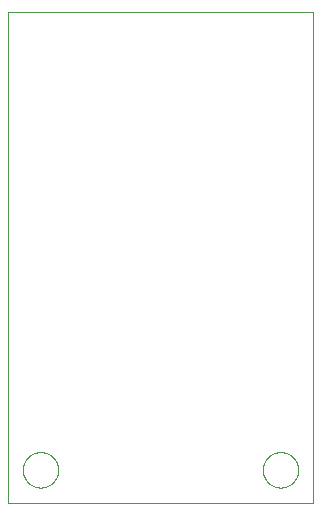
<source format=gbr>
G04 EAGLE Gerber RS-274X export*
G75*
%MOMM*%
%FSLAX34Y34*%
%LPD*%
%IN*%
%IPPOS*%
%AMOC8*
5,1,8,0,0,1.08239X$1,22.5*%
G01*
%ADD10C,0.025400*%
%ADD11C,0.000000*%


D10*
X0Y0D02*
X258600Y0D01*
X258600Y415000D01*
X0Y415000D01*
X0Y0D01*
D11*
X12700Y27700D02*
X12705Y28068D01*
X12718Y28436D01*
X12741Y28803D01*
X12772Y29170D01*
X12813Y29536D01*
X12862Y29901D01*
X12921Y30264D01*
X12988Y30626D01*
X13064Y30987D01*
X13150Y31345D01*
X13243Y31701D01*
X13346Y32054D01*
X13457Y32405D01*
X13577Y32753D01*
X13705Y33098D01*
X13842Y33440D01*
X13987Y33779D01*
X14140Y34113D01*
X14302Y34444D01*
X14471Y34771D01*
X14649Y35093D01*
X14834Y35412D01*
X15027Y35725D01*
X15228Y36034D01*
X15436Y36337D01*
X15652Y36635D01*
X15875Y36928D01*
X16105Y37216D01*
X16342Y37498D01*
X16586Y37773D01*
X16836Y38043D01*
X17093Y38307D01*
X17357Y38564D01*
X17627Y38814D01*
X17902Y39058D01*
X18184Y39295D01*
X18472Y39525D01*
X18765Y39748D01*
X19063Y39964D01*
X19366Y40172D01*
X19675Y40373D01*
X19988Y40566D01*
X20307Y40751D01*
X20629Y40929D01*
X20956Y41098D01*
X21287Y41260D01*
X21621Y41413D01*
X21960Y41558D01*
X22302Y41695D01*
X22647Y41823D01*
X22995Y41943D01*
X23346Y42054D01*
X23699Y42157D01*
X24055Y42250D01*
X24413Y42336D01*
X24774Y42412D01*
X25136Y42479D01*
X25499Y42538D01*
X25864Y42587D01*
X26230Y42628D01*
X26597Y42659D01*
X26964Y42682D01*
X27332Y42695D01*
X27700Y42700D01*
X28068Y42695D01*
X28436Y42682D01*
X28803Y42659D01*
X29170Y42628D01*
X29536Y42587D01*
X29901Y42538D01*
X30264Y42479D01*
X30626Y42412D01*
X30987Y42336D01*
X31345Y42250D01*
X31701Y42157D01*
X32054Y42054D01*
X32405Y41943D01*
X32753Y41823D01*
X33098Y41695D01*
X33440Y41558D01*
X33779Y41413D01*
X34113Y41260D01*
X34444Y41098D01*
X34771Y40929D01*
X35093Y40751D01*
X35412Y40566D01*
X35725Y40373D01*
X36034Y40172D01*
X36337Y39964D01*
X36635Y39748D01*
X36928Y39525D01*
X37216Y39295D01*
X37498Y39058D01*
X37773Y38814D01*
X38043Y38564D01*
X38307Y38307D01*
X38564Y38043D01*
X38814Y37773D01*
X39058Y37498D01*
X39295Y37216D01*
X39525Y36928D01*
X39748Y36635D01*
X39964Y36337D01*
X40172Y36034D01*
X40373Y35725D01*
X40566Y35412D01*
X40751Y35093D01*
X40929Y34771D01*
X41098Y34444D01*
X41260Y34113D01*
X41413Y33779D01*
X41558Y33440D01*
X41695Y33098D01*
X41823Y32753D01*
X41943Y32405D01*
X42054Y32054D01*
X42157Y31701D01*
X42250Y31345D01*
X42336Y30987D01*
X42412Y30626D01*
X42479Y30264D01*
X42538Y29901D01*
X42587Y29536D01*
X42628Y29170D01*
X42659Y28803D01*
X42682Y28436D01*
X42695Y28068D01*
X42700Y27700D01*
X42695Y27332D01*
X42682Y26964D01*
X42659Y26597D01*
X42628Y26230D01*
X42587Y25864D01*
X42538Y25499D01*
X42479Y25136D01*
X42412Y24774D01*
X42336Y24413D01*
X42250Y24055D01*
X42157Y23699D01*
X42054Y23346D01*
X41943Y22995D01*
X41823Y22647D01*
X41695Y22302D01*
X41558Y21960D01*
X41413Y21621D01*
X41260Y21287D01*
X41098Y20956D01*
X40929Y20629D01*
X40751Y20307D01*
X40566Y19988D01*
X40373Y19675D01*
X40172Y19366D01*
X39964Y19063D01*
X39748Y18765D01*
X39525Y18472D01*
X39295Y18184D01*
X39058Y17902D01*
X38814Y17627D01*
X38564Y17357D01*
X38307Y17093D01*
X38043Y16836D01*
X37773Y16586D01*
X37498Y16342D01*
X37216Y16105D01*
X36928Y15875D01*
X36635Y15652D01*
X36337Y15436D01*
X36034Y15228D01*
X35725Y15027D01*
X35412Y14834D01*
X35093Y14649D01*
X34771Y14471D01*
X34444Y14302D01*
X34113Y14140D01*
X33779Y13987D01*
X33440Y13842D01*
X33098Y13705D01*
X32753Y13577D01*
X32405Y13457D01*
X32054Y13346D01*
X31701Y13243D01*
X31345Y13150D01*
X30987Y13064D01*
X30626Y12988D01*
X30264Y12921D01*
X29901Y12862D01*
X29536Y12813D01*
X29170Y12772D01*
X28803Y12741D01*
X28436Y12718D01*
X28068Y12705D01*
X27700Y12700D01*
X27332Y12705D01*
X26964Y12718D01*
X26597Y12741D01*
X26230Y12772D01*
X25864Y12813D01*
X25499Y12862D01*
X25136Y12921D01*
X24774Y12988D01*
X24413Y13064D01*
X24055Y13150D01*
X23699Y13243D01*
X23346Y13346D01*
X22995Y13457D01*
X22647Y13577D01*
X22302Y13705D01*
X21960Y13842D01*
X21621Y13987D01*
X21287Y14140D01*
X20956Y14302D01*
X20629Y14471D01*
X20307Y14649D01*
X19988Y14834D01*
X19675Y15027D01*
X19366Y15228D01*
X19063Y15436D01*
X18765Y15652D01*
X18472Y15875D01*
X18184Y16105D01*
X17902Y16342D01*
X17627Y16586D01*
X17357Y16836D01*
X17093Y17093D01*
X16836Y17357D01*
X16586Y17627D01*
X16342Y17902D01*
X16105Y18184D01*
X15875Y18472D01*
X15652Y18765D01*
X15436Y19063D01*
X15228Y19366D01*
X15027Y19675D01*
X14834Y19988D01*
X14649Y20307D01*
X14471Y20629D01*
X14302Y20956D01*
X14140Y21287D01*
X13987Y21621D01*
X13842Y21960D01*
X13705Y22302D01*
X13577Y22647D01*
X13457Y22995D01*
X13346Y23346D01*
X13243Y23699D01*
X13150Y24055D01*
X13064Y24413D01*
X12988Y24774D01*
X12921Y25136D01*
X12862Y25499D01*
X12813Y25864D01*
X12772Y26230D01*
X12741Y26597D01*
X12718Y26964D01*
X12705Y27332D01*
X12700Y27700D01*
X215900Y27700D02*
X215905Y28068D01*
X215918Y28436D01*
X215941Y28803D01*
X215972Y29170D01*
X216013Y29536D01*
X216062Y29901D01*
X216121Y30264D01*
X216188Y30626D01*
X216264Y30987D01*
X216350Y31345D01*
X216443Y31701D01*
X216546Y32054D01*
X216657Y32405D01*
X216777Y32753D01*
X216905Y33098D01*
X217042Y33440D01*
X217187Y33779D01*
X217340Y34113D01*
X217502Y34444D01*
X217671Y34771D01*
X217849Y35093D01*
X218034Y35412D01*
X218227Y35725D01*
X218428Y36034D01*
X218636Y36337D01*
X218852Y36635D01*
X219075Y36928D01*
X219305Y37216D01*
X219542Y37498D01*
X219786Y37773D01*
X220036Y38043D01*
X220293Y38307D01*
X220557Y38564D01*
X220827Y38814D01*
X221102Y39058D01*
X221384Y39295D01*
X221672Y39525D01*
X221965Y39748D01*
X222263Y39964D01*
X222566Y40172D01*
X222875Y40373D01*
X223188Y40566D01*
X223507Y40751D01*
X223829Y40929D01*
X224156Y41098D01*
X224487Y41260D01*
X224821Y41413D01*
X225160Y41558D01*
X225502Y41695D01*
X225847Y41823D01*
X226195Y41943D01*
X226546Y42054D01*
X226899Y42157D01*
X227255Y42250D01*
X227613Y42336D01*
X227974Y42412D01*
X228336Y42479D01*
X228699Y42538D01*
X229064Y42587D01*
X229430Y42628D01*
X229797Y42659D01*
X230164Y42682D01*
X230532Y42695D01*
X230900Y42700D01*
X231268Y42695D01*
X231636Y42682D01*
X232003Y42659D01*
X232370Y42628D01*
X232736Y42587D01*
X233101Y42538D01*
X233464Y42479D01*
X233826Y42412D01*
X234187Y42336D01*
X234545Y42250D01*
X234901Y42157D01*
X235254Y42054D01*
X235605Y41943D01*
X235953Y41823D01*
X236298Y41695D01*
X236640Y41558D01*
X236979Y41413D01*
X237313Y41260D01*
X237644Y41098D01*
X237971Y40929D01*
X238293Y40751D01*
X238612Y40566D01*
X238925Y40373D01*
X239234Y40172D01*
X239537Y39964D01*
X239835Y39748D01*
X240128Y39525D01*
X240416Y39295D01*
X240698Y39058D01*
X240973Y38814D01*
X241243Y38564D01*
X241507Y38307D01*
X241764Y38043D01*
X242014Y37773D01*
X242258Y37498D01*
X242495Y37216D01*
X242725Y36928D01*
X242948Y36635D01*
X243164Y36337D01*
X243372Y36034D01*
X243573Y35725D01*
X243766Y35412D01*
X243951Y35093D01*
X244129Y34771D01*
X244298Y34444D01*
X244460Y34113D01*
X244613Y33779D01*
X244758Y33440D01*
X244895Y33098D01*
X245023Y32753D01*
X245143Y32405D01*
X245254Y32054D01*
X245357Y31701D01*
X245450Y31345D01*
X245536Y30987D01*
X245612Y30626D01*
X245679Y30264D01*
X245738Y29901D01*
X245787Y29536D01*
X245828Y29170D01*
X245859Y28803D01*
X245882Y28436D01*
X245895Y28068D01*
X245900Y27700D01*
X245895Y27332D01*
X245882Y26964D01*
X245859Y26597D01*
X245828Y26230D01*
X245787Y25864D01*
X245738Y25499D01*
X245679Y25136D01*
X245612Y24774D01*
X245536Y24413D01*
X245450Y24055D01*
X245357Y23699D01*
X245254Y23346D01*
X245143Y22995D01*
X245023Y22647D01*
X244895Y22302D01*
X244758Y21960D01*
X244613Y21621D01*
X244460Y21287D01*
X244298Y20956D01*
X244129Y20629D01*
X243951Y20307D01*
X243766Y19988D01*
X243573Y19675D01*
X243372Y19366D01*
X243164Y19063D01*
X242948Y18765D01*
X242725Y18472D01*
X242495Y18184D01*
X242258Y17902D01*
X242014Y17627D01*
X241764Y17357D01*
X241507Y17093D01*
X241243Y16836D01*
X240973Y16586D01*
X240698Y16342D01*
X240416Y16105D01*
X240128Y15875D01*
X239835Y15652D01*
X239537Y15436D01*
X239234Y15228D01*
X238925Y15027D01*
X238612Y14834D01*
X238293Y14649D01*
X237971Y14471D01*
X237644Y14302D01*
X237313Y14140D01*
X236979Y13987D01*
X236640Y13842D01*
X236298Y13705D01*
X235953Y13577D01*
X235605Y13457D01*
X235254Y13346D01*
X234901Y13243D01*
X234545Y13150D01*
X234187Y13064D01*
X233826Y12988D01*
X233464Y12921D01*
X233101Y12862D01*
X232736Y12813D01*
X232370Y12772D01*
X232003Y12741D01*
X231636Y12718D01*
X231268Y12705D01*
X230900Y12700D01*
X230532Y12705D01*
X230164Y12718D01*
X229797Y12741D01*
X229430Y12772D01*
X229064Y12813D01*
X228699Y12862D01*
X228336Y12921D01*
X227974Y12988D01*
X227613Y13064D01*
X227255Y13150D01*
X226899Y13243D01*
X226546Y13346D01*
X226195Y13457D01*
X225847Y13577D01*
X225502Y13705D01*
X225160Y13842D01*
X224821Y13987D01*
X224487Y14140D01*
X224156Y14302D01*
X223829Y14471D01*
X223507Y14649D01*
X223188Y14834D01*
X222875Y15027D01*
X222566Y15228D01*
X222263Y15436D01*
X221965Y15652D01*
X221672Y15875D01*
X221384Y16105D01*
X221102Y16342D01*
X220827Y16586D01*
X220557Y16836D01*
X220293Y17093D01*
X220036Y17357D01*
X219786Y17627D01*
X219542Y17902D01*
X219305Y18184D01*
X219075Y18472D01*
X218852Y18765D01*
X218636Y19063D01*
X218428Y19366D01*
X218227Y19675D01*
X218034Y19988D01*
X217849Y20307D01*
X217671Y20629D01*
X217502Y20956D01*
X217340Y21287D01*
X217187Y21621D01*
X217042Y21960D01*
X216905Y22302D01*
X216777Y22647D01*
X216657Y22995D01*
X216546Y23346D01*
X216443Y23699D01*
X216350Y24055D01*
X216264Y24413D01*
X216188Y24774D01*
X216121Y25136D01*
X216062Y25499D01*
X216013Y25864D01*
X215972Y26230D01*
X215941Y26597D01*
X215918Y26964D01*
X215905Y27332D01*
X215900Y27700D01*
M02*

</source>
